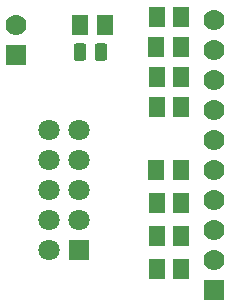
<source format=gts>
G04*
G04 #@! TF.GenerationSoftware,Altium Limited,Altium Designer,19.0.15 (446)*
G04*
G04 Layer_Color=8388736*
%FSLAX25Y25*%
%MOIN*%
G70*
G01*
G75*
%ADD18R,0.05721X0.06706*%
G04:AMPARAMS|DCode=19|XSize=43mil|YSize=58mil|CornerRadius=8.38mil|HoleSize=0mil|Usage=FLASHONLY|Rotation=0.000|XOffset=0mil|YOffset=0mil|HoleType=Round|Shape=RoundedRectangle|*
%AMROUNDEDRECTD19*
21,1,0.04300,0.04125,0,0,0.0*
21,1,0.02625,0.05800,0,0,0.0*
1,1,0.01675,0.01313,-0.02063*
1,1,0.01675,-0.01313,-0.02063*
1,1,0.01675,-0.01313,0.02063*
1,1,0.01675,0.01313,0.02063*
%
%ADD19ROUNDEDRECTD19*%
%ADD20R,0.07000X0.07000*%
%ADD21C,0.07000*%
%ADD22C,0.07100*%
%ADD23R,0.07100X0.07100*%
D18*
X55866Y98000D02*
D03*
X64134D02*
D03*
X55732Y88000D02*
D03*
X64000D02*
D03*
X55866Y78000D02*
D03*
X64134D02*
D03*
X55866Y68000D02*
D03*
X64134D02*
D03*
X55732Y47000D02*
D03*
X64000D02*
D03*
X55866Y36000D02*
D03*
X64134D02*
D03*
X55866Y25000D02*
D03*
X64134D02*
D03*
X55866Y14000D02*
D03*
X64134D02*
D03*
X38634Y95400D02*
D03*
X30366D02*
D03*
D19*
X37366Y86400D02*
D03*
X30366D02*
D03*
D20*
X9000Y85500D02*
D03*
X75000Y7000D02*
D03*
D21*
X9000Y95500D02*
D03*
X75000Y27000D02*
D03*
Y97000D02*
D03*
Y87000D02*
D03*
Y77000D02*
D03*
Y67000D02*
D03*
Y57000D02*
D03*
Y47000D02*
D03*
Y37000D02*
D03*
Y17000D02*
D03*
D22*
X20000Y60500D02*
D03*
X30000D02*
D03*
X20000Y50500D02*
D03*
X30000D02*
D03*
X20000Y40500D02*
D03*
X30000D02*
D03*
X20000Y30500D02*
D03*
X30000D02*
D03*
X20000Y20500D02*
D03*
D23*
X30000D02*
D03*
M02*

</source>
